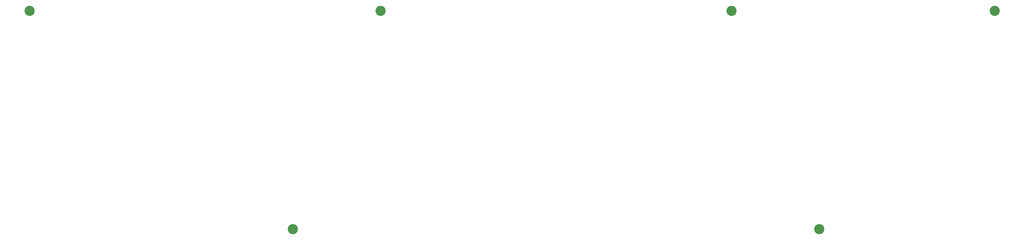
<source format=gbs>
G04 #@! TF.GenerationSoftware,KiCad,Pcbnew,(5.99.0-10034-g38c849bde7)*
G04 #@! TF.CreationDate,2021-03-30T15:33:25-07:00*
G04 #@! TF.ProjectId,back-plate,6261636b-2d70-46c6-9174-652e6b696361,rev?*
G04 #@! TF.SameCoordinates,Original*
G04 #@! TF.FileFunction,Soldermask,Bot*
G04 #@! TF.FilePolarity,Negative*
%FSLAX46Y46*%
G04 Gerber Fmt 4.6, Leading zero omitted, Abs format (unit mm)*
G04 Created by KiCad (PCBNEW (5.99.0-10034-g38c849bde7)) date 2021-03-30 15:33:25*
%MOMM*%
%LPD*%
G01*
G04 APERTURE LIST*
%ADD10C,2.200000*%
G04 APERTURE END LIST*
D10*
X256381250Y-79375000D03*
X199231250Y-79375000D03*
X218281250Y-127000000D03*
X103981250Y-127000000D03*
X123031250Y-79375000D03*
X46831250Y-79375000D03*
M02*

</source>
